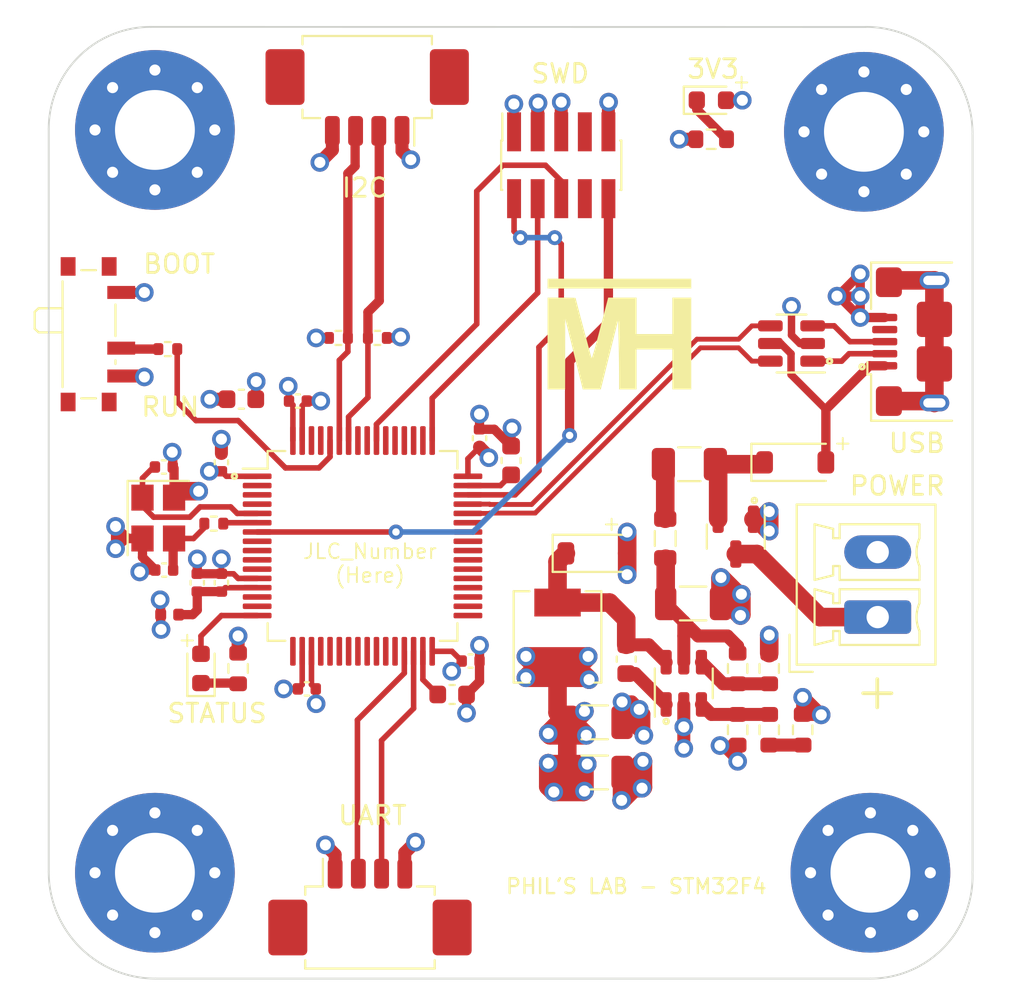
<source format=kicad_pcb>
(kicad_pcb (version 20221018) (generator pcbnew)
  (layers (0 "F.Cu" signal) (1 "In1.Cu" power) (2 "In2.Cu" power) (31 "B.Cu" signal) (34 "B.Paste" user) (35 "F.Paste" user) (36 "B.SilkS" user "B.Silkscreen") (37 "F.SilkS" user "F.Silkscreen") (38 "B.Mask" user) (39 "F.Mask" user) (44 "Edge.Cuts" user))
  (net 0 "")
  (net 1 "Net-(U1-VCAP_2)")
  (net 2 "GND")
  (net 3 "Net-(U1-VCAP_1)")
  (net 4 "+3.3V")
  (net 5 "+3.3VA")
  (net 6 "Net-(C11-Pad1)")
  (net 7 "HSE_IN")
  (net 8 "BUCK_IN")
  (net 9 "BUCK_BST")
  (net 10 "BUCK_SW")
  (net 11 "Net-(D1-K)")
  (net 12 "LED_STATUS")
  (net 13 "Net-(D2-K)")
  (net 14 "+5V")
  (net 15 "Net-(D4-K)")
  (net 16 "+12V")
  (net 17 "Net-(F1-Pad2)")
  (net 18 "SWDIO")
  (net 19 "SWCLK")
  (net 20 "SWO")
  (net 23 "NRST")
  (net 24 "I2C1_SCL")
  (net 25 "I2C1_SDA")
  (net 26 "UART3_TX")
  (net 27 "UART3_RX")
  (net 28 "USB_CONN_D-")
  (net 29 "USB_CONN_D+")
  (net 31 "unconnected-(J5-Shield-Pad6)")
  (net 32 "BOOT0")
  (net 33 "Net-(SW1-B)")
  (net 34 "HSE_OUT")
  (net 35 "BUCK_EN")
  (net 36 "BUCK_FB")
  (net 37 "Net-(R7-Pad2)")
  (net 68 "USB_D-")
  (net 69 "USB_D+")
  (footprint "Resistor_SMD:R_0603_1608Metric" (layer "F.Cu") (at 96.175 46.8)
    (fp_text reference "R11")
    (fp_text value "1k5")
  )
  (footprint "Crystal:Crystal_SMD_3225-4Pin_3.2x2.5mm" (layer "F.Cu") (at 66.4 67.2 -90)
    (fp_text reference "Y1")
    (fp_text value "16MHz")
  )
  (footprint "Connector_Molex:Molex_PicoBlade_53261-0471_1x04-1MP_P1.25mm_Horizontal" (layer "F.Cu") (at 77.65 43.95 180)
    (fp_text reference "J3")
    (fp_text value "I2C")
  )
  (footprint "Capacitor_SMD:C_0402_1005Metric" (layer "F.Cu") (at 73.92 60.9)
    (fp_text reference "C8")
    (fp_text value "100n")
  )
  (footprint "Capacitor_SMD:C_0402_1005Metric" (layer "F.Cu") (at 83.22 74.9)
    (fp_text reference "C6")
    (fp_text value "100n")
  )
  (footprint "Capacitor_SMD:C_0402_1005Metric" (layer "F.Cu") (at 66.72 70 180)
    (fp_text reference "C11")
    (fp_text value "12p")
  )
  (footprint "Fuse:Fuse_1206_3216Metric" (layer "F.Cu") (at 95 64.3 180)
    (fp_text reference "F1")
    (fp_text value "250mA")
  )
  (footprint "Diode_SMD:D_SOD-123" (layer "F.Cu") (at 90 69.1)
    (fp_text reference "D5")
    (fp_text value "MBR0520LT")
  )
  (footprint "Package_TO_SOT_SMD:SOT-23" (layer "F.Cu") (at 97.5 68.2 -90)
    (fp_text reference "Q1")
    (fp_text value "AO3401A")
  )
  (footprint "Resistor_SMD:R_0603_1608Metric" (layer "F.Cu") (at 99.3 78.6 -90)
    (fp_text reference "R7")
    (fp_text value "15k")
  )
  (footprint "MountingHole:MountingHole_4.3mm_M4_Pad_Via" (layer "F.Cu") (at 104.4 46.4)
    (fp_text reference "H1")
    (fp_text value "PAD")
  )
  (footprint "Diode_SMD:D_SOD-123" (layer "F.Cu") (at 100.7 64.2)
    (fp_text reference "D2")
    (fp_text value "MBR0520LT")
  )
  (footprint "Inductor_SMD:L_Sunlord_MWSA0402S" (layer "F.Cu") (at 87.9 73.6 -90)
    (fp_text reference "L2")
    (fp_text value "10u")
  )
  (footprint "Connector_Phoenix_MC:PhoenixContact_MCV_1,5_2-G-3.5_1x02_P3.50mm_Vertical" (layer "F.Cu") (at 105.1425 72.5325 90)
    (fp_text reference "J1")
    (fp_text value "Power")
  )
  (footprint "MHI_logo:logo_pcb_image" (layer "F.Cu") (at 91.85 56.85)
    (fp_text reference "G***" hide)
    (fp_text value "LOGO" hide)
  )
  (footprint "MountingHole:MountingHole_4.3mm_M4_Pad_Via" (layer "F.Cu") (at 66.219581 86.3)
    (fp_text reference "H4")
    (fp_text value "PAD")
  )
  (footprint "Inductor_SMD:L_0805_2012Metric" (layer "F.Cu") (at 93.7 68.3 -90)
    (fp_text reference "FB1")
    (fp_text value "600 @ 600MHz")
  )
  (footprint "Capacitor_SMD:C_1206_3216Metric" (layer "F.Cu") (at 89.9 78.2)
    (fp_text reference "C15")
    (fp_text value "10u")
  )
  (footprint "Package_TO_SOT_SMD:SOT-23-6" (layer "F.Cu") (at 100.5 57.8 180)
    (fp_text reference "U3")
    (fp_text value "USBLC6-2SC6")
  )
  (footprint "Capacitor_SMD:C_0402_1005Metric" (layer "F.Cu") (at 69.8 64.2 90)
    (fp_text reference "C4")
    (fp_text value "100n")
  )
  (footprint "Connector_Molex:Molex_PicoBlade_53261-0471_1x04-1MP_P1.25mm_Horizontal" (layer "F.Cu") (at 77.8 88.75)
    (fp_text reference "J4")
    (fp_text value "UART")
  )
  (footprint "Capacitor_SMD:C_0402_1005Metric" (layer "F.Cu") (at 69.8 70.68 90)
    (fp_text reference "C10")
    (fp_text value "10n")
  )
  (footprint "Resistor_SMD:R_0402_1005Metric" (layer "F.Cu") (at 69.39 67.5 180)
    (fp_text reference "R2")
    (fp_text value "47")
  )
  (footprint "LED_SMD:LED_0603_1608Metric" (layer "F.Cu") (at 68.7 75.3 90)
    (fp_text reference "D1")
    (fp_text value "BLUE")
  )
  (footprint "LED_SMD:LED_0603_1608Metric" (layer "F.Cu") (at 96.1875 44.7)
    (fp_text reference "D4")
    (fp_text value "RED")
  )
  (footprint "Capacitor_SMD:C_1206_3216Metric" (layer "F.Cu") (at 95.2 71.8)
    (fp_text reference "C13")
    (fp_text value "10u")
  )
  (footprint "Capacitor_SMD:C_0603_1608Metric" (layer "F.Cu") (at 91.6 74.8 90)
    (fp_text reference "C14")
    (fp_text value "10n")
  )
  (footprint "Resistor_SMD:R_0603_1608Metric" (layer "F.Cu") (at 99.3 75.3 90)
    (fp_text reference "R5")
    (fp_text value "68k")
  )
  (footprint "Connector_USB:USB_Micro-B_Amphenol_10118193-0001LF_Horizontal" (layer "F.Cu") (at 108.195 57.7 90)
    (fp_text reference "J5")
    (fp_text value "USB_B_Micro")
  )
  (footprint "Button_Switch_SMD:SW_SPDT_PCM12" (layer "F.Cu") (at 62.975 57.3 -90)
    (fp_text reference "SW1")
    (fp_text value "SW_SPDT")
  )
  (footprint "Package_QFP:LQFP-64_10x10mm_P0.5mm" (layer "F.Cu") (at 77.4 68.7)
    (fp_text reference "U1")
    (fp_text value "STM32F405RGT6")
  )
  (footprint "Capacitor_SMD:C_0402_1005Metric" (layer "F.Cu") (at 83.7 62.9 90)
    (fp_text reference "C7")
    (fp_text value "100n")
  )
  (footprint "MountingHole:MountingHole_4.3mm_M4_Pad_Via" (layer "F.Cu") (at 66.219581 46.3)
    (fp_text reference "H3")
    (fp_text value "PAD")
  )
  (footprint "Inductor_SMD:L_0402_1005Metric" (layer "F.Cu") (at 67.015 72.4)
    (fp_text reference "L1")
    (fp_text value "39n")
  )
  (footprint "Resistor_SMD:R_0402_1005Metric" (layer "F.Cu") (at 76.1 57.5 180)
    (fp_text reference "R10")
    (fp_text value "2k2")
  )
  (footprint "Capacitor_SMD:C_1206_3216Metric" (layer "F.Cu") (at 89.9 80.9)
    (fp_text reference "C16")
    (fp_text value "10u")
  )
  (footprint "Resistor_SMD:R_0402_1005Metric" (layer "F.Cu") (at 66.91 58.1 180)
    (fp_text reference "R1")
    (fp_text value "10k")
  )
  (footprint "Capacitor_SMD:C_0402_1005Metric" (layer "F.Cu") (at 68.5 70.68 90)
    (fp_text reference "C9")
    (fp_text value "1u")
  )
  (footprint "Capacitor_SMD:C_0603_1608Metric" (layer "F.Cu") (at 85.4 64.1 90)
    (fp_text reference "C1")
    (fp_text value "2u2")
  )
  (footprint "Resistor_SMD:R_0603_1608Metric" (layer "F.Cu") (at 70.7 75.3 -90)
    (fp_text reference "R3")
    (fp_text value "1k5")
  )
  (footprint "Capacitor_SMD:C_0402_1005Metric" (layer "F.Cu") (at 74.4 76.4 180)
    (fp_text reference "C5")
    (fp_text value "100n")
  )
  (footprint "Capacitor_SMD:C_0402_1005Metric" (layer "F.Cu") (at 66.7 64.45)
    (fp_text reference "C12")
    (fp_text value "12p")
  )
  (footprint "Resistor_SMD:R_0603_1608Metric" (layer "F.Cu") (at 101.1 78.6 90)
    (fp_text reference "R8")
    (fp_text value "270")
  )
  (footprint "Resistor_SMD:R_0603_1608Metric" (layer "F.Cu") (at 97.6 75.3 -90)
    (fp_text reference "R4")
    (fp_text value "100k")
  )
  (footprint "MountingHole:MountingHole_4.3mm_M4_Pad_Via" (layer "F.Cu") (at 104.75 86.3)
    (fp_text reference "H2")
    (fp_text value "PAD")
  )
  (footprint "Connector_PinSocket_1.27mm:PinSocket_2x05_P1.27mm_Vertical_SMD" (layer "F.Cu") (at 88.1 48.2 90)
    (fp_text reference "J2")
    (fp_text value "SWD")
  )
  (footprint "Resistor_SMD:R_0402_1005Metric" (layer "F.Cu") (at 78.2 57.5)
    (fp_text reference "R9")
    (fp_text value "2k2")
  )
  (footprint "Capacitor_SMD:C_0603_1608Metric" (layer "F.Cu") (at 70.875 60.8 180)
    (fp_text reference "C3")
    (fp_text value "4u7")
  )
  (footprint "Resistor_SMD:R_0603_1608Metric" (layer "F.Cu") (at 97.6 78.6 90)
    (fp_text reference "R6")
    (fp_text value "47k")
  )
  (footprint "Package_TO_SOT_SMD:SOT-23-6" (layer "F.Cu") (at 94.7 76.1 90)
    (fp_text reference "U2")
    (fp_text value "~")
  )
  (footprint "Capacitor_SMD:C_0603_1608Metric" (layer "F.Cu") (at 82.225 76.7)
    (fp_text reference "C2")
    (fp_text value "2u2")
  )
  (gr_circle (center 70.5 64.95) (end 70.5 64.9) (stroke (width 0.15)) (fill none) (layer "F.SilkS"))
  (gr_circle (center 102.55 58.75) (end 102.6 58.75) (stroke (width 0.15)) (fill none) (layer "F.SilkS"))
  (gr_circle (center 104.3 59.05) (end 104.3 59) (stroke (width 0.15)) (fill none) (layer "F.SilkS"))
  (gr_circle (center 93.75 78.15) (end 93.75 78.1) (stroke (width 0.15)) (fill none) (layer "F.SilkS"))
  (gr_circle (center 98.5 66.25) (end 98.5 66.2) (stroke (width 0.15)) (fill none) (layer "F.SilkS"))
  (gr_line (start 66 40.75) (end 104.499742 40.755673) (stroke (width 0.1)) (layer "Edge.Cuts"))
  (gr_arc (start 66.25 92) (mid 62.184136 90.315864) (end 60.5 86.25) (stroke (width 0.1)) (layer "Edge.Cuts"))
  (gr_line (start 104.75 92) (end 66.25 92) (stroke (width 0.1)) (layer "Edge.Cuts"))
  (gr_arc (start 110.244327 86.250258) (mid 108.726404 90.299764) (end 104.75 92) (stroke (width 0.1)) (layer "Edge.Cuts"))
  (gr_line (start 60.5 86.25) (end 60.5 46.25) (stroke (width 0.1)) (layer "Edge.Cuts"))
  (gr_arc (start 60.5 46.25) (mid 62.110913 42.360913) (end 66 40.75) (stroke (width 0.1)) (layer "Edge.Cuts"))
  (gr_arc (start 104.499742 40.75) (mid 108.565773 42.434045) (end 110.25 46.5) (stroke (width 0.1)) (layer "Edge.Cuts"))
  (gr_line (start 110.25 46.5) (end 110.25 86.25) (stroke (width 0.1)) (layer "Edge.Cuts"))
  (gr_text "POWER" (at 103.55 66.05) (layer "F.SilkS") (effects (font (size 1 1)) (justify left bottom)))
  (gr_text "USB" (at 105.65 63.75) (layer "F.SilkS") (effects (font (size 1 1)) (justify left bottom)))
  (gr_text "+" (at 67.4 74.2) (layer "F.SilkS") (effects (font (size 0.8 0.8) (thickness 0.1)) (justify left bottom)))
  (gr_text "+" (at 90.25 67.95) (layer "F.SilkS") (effects (font (size 0.8 0.8) (thickness 0.1)) (justify left bottom)))
  (gr_text "UART" (at 76 83.8) (layer "F.SilkS") (effects (font (size 1 1)) (justify left bottom)))
  (gr_text "RUN" (at 65.4 61.8) (layer "F.SilkS") (effects (font (size 1 1)) (justify left bottom)))
  (gr_text "I2C" (at 76.2 50) (layer "F.SilkS") (effects (font (size 1 1)) (justify left bottom)))
  (gr_text "SWD" (at 86.4 43.85) (layer "F.SilkS") (effects (font (size 1 1)) (justify left bottom)))
  (gr_text "+" (at 103.75 77.65) (layer "F.SilkS") (effects (font (size 2 2) (thickness 0.2)) (justify left bottom)))
  (gr_text "JLC_Number\n(Here)" (at 77.8 70.75) (layer "F.SilkS") (effects (font (size 0.8 0.8) (thickness 0.1)) (justify bottom)))
  (gr_text "STATUS" (at 66.8 78.3) (layer "F.SilkS") (effects (font (size 1 1)) (justify left bottom)))
  (gr_text "BOOT" (at 65.5 54.1) (layer "F.SilkS") (effects (font (size 1 1)) (justify left bottom)))
  (gr_text "3V3" (at 94.8 43.6) (layer "F.SilkS") (effects (font (size 1 1)) (justify left bottom)))
  (gr_text "+" (at 102.7 63.6) (layer "F.SilkS") (effects (font (size 0.8 0.8) (thickness 0.1)) (justify left bottom)))
  (gr_text "+" (at 97.25 44.15) (layer "F.SilkS") (effects (font (size 0.8 0.8) (thickness 0.1)) (justify left bottom)))
  (gr_text "PHIL'S LAB - STM32F4" (at 85.05 87.5) (layer "F.SilkS") (effects (font (size 0.8 0.8) (thickness 0.125)) (justify left bottom)))
  (segment (start 85.4 64.875) (end 84.825 65.45) (width 0.3) (layer "F.Cu") (net 1))
  (segment (start 84.825 65.45) (end 83.075 65.45) (width 0.3) (layer "F.Cu") (net 1))
  (segment (start 91.9 77.1) (end 92.3 77.5) (width 0.7) (layer "F.Cu") (net 2))
  (segment (start 91.375 78.2) (end 91.85 78.2) (width 0.7) (layer "F.Cu") (net 2))
  (segment (start 86.83 46.4) (end 86.83 44.87) (width 0.7) (layer "F.Cu") (net 2))
  (segment (start 91.375 77.1) (end 91.9 77.1) (width 0.7) (layer "F.Cu") (net 2))
  (segment (start 99.3 74.475) (end 99.3 73.5) (width 1) (layer "F.Cu") (net 2))
  (segment (start 105.52 56.4) (end 104.2 56.4) (width 0.5) (layer "F.Cu") (net 2))
  (segment (start 91.9 80.9) (end 92.5 80.3) (width 1) (layer "F.Cu") (net 2))
  (segment (start 98.45 67.2625) (end 98.8875 67.2625) (width 1) (layer "F.Cu") (net 2))
  (segment (start 68.5 70.2) (end 68.5 69.4) (width 0.5) (layer "F.Cu") (net 2))
  (segment (start 73.92 76.4) (end 73.15 76.4) (width 0.3) (layer "F.Cu") (net 2))
  (segment (start 64.1 67.65) (end 64.75 68.3) (width 0.5) (layer "F.Cu") (net 2))
  (segment (start 91.375 77.1) (end 91.375 78.2) (width 0.7) (layer "F.Cu") (net 2))
  (segment (start 92 81.75) (end 91.35 82.4) (width 1) (layer "F.Cu") (net 2))
  (segment (start 84.495 62.42) (end 85.4 63.325) (width 0.5) (layer "F.Cu") (net 2))
  (segment (start 101.15 76.85) (end 102.1 77.8) (width 0.7) (layer "F.Cu") (net 2))
  (segment (start 85.4 62.4) (end 85.45 62.35) (width 0.5) (layer "F.Cu") (net 2))
  (segment (start 96.675 71.8) (end 96.675 70.425) (width 1) (layer "F.Cu") (net 2))
  (segment (start 102.075 77.775) (end 102.1 77.8) (width 0.7) (layer "F.Cu") (net 2))
  (segment (start 70.45 70.2) (end 69.8 70.2) (width 0.3) (layer "F.Cu") (net 2))
  (segment (start 70.1 60.8) (end 69.175 60.8) (width 0.7) (layer "F.Cu") (net 2))
  (segment (start 91.6 80.9) (end 92.45 81.75) (width 1) (layer "F.Cu") (net 2))
  (segment (start 92.3 77.5) (end 92.55 77.75) (width 0.7) (layer "F.Cu") (net 2))
  (segment (start 103 55.25) (end 104.2 54.05) (width 0.5) (layer "F.Cu") (net 2))
  (segment (start 75.775 46.35) (end 75.775 47.375) (width 0.7) (layer "F.Cu") (net 2))
  (segment (start 83.7 76) (end 83 76.7) (width 0.5) (layer "F.Cu") (net 2))
  (segment (start 74.4 60.9) (end 75.15 60.9) (width 0.5) (layer "F.Cu") (net 2))
  (segment (start 70.7 74.475) (end 70.7 73.55) (width 0.7) (layer "F.Cu") (net 2))
  (segment (start 69.8 70.2) (end 69.8 69.4) (width 0.3) (layer "F.Cu") (net 2))
  (segment (start 64.405 59.55) (end 65.6 59.55) (width 0.7) (layer "F.Cu") (net 2))
  (segment (start 64.1 68.85) (end 64.65 68.3) (width 0.5) (layer "F.Cu") (net 2))
  (segment (start 101.1 77.775) (end 102.075 77.775) (width 0.7) (layer "F.Cu") (net 2))
  (segment (start 98.8875 67.4875) (end 99.3 67.9) (width 1) (layer "F.Cu") (net 2))
  (segment (start 67.18 63.68) (end 67.15 63.65) (width 0.3) (layer "F.Cu") (net 2))
  (segment (start 74.15 63.025) (end 74.15 61.15) (width 0.3) (layer "F.Cu") (net 2))
  (segment (start 100.949999 57.8) (end 100.5 57.350001) (width 0.4) (layer "F.Cu") (net 2))
  (segment (start 101.1 77.775) (end 101.1 76.85) (width 0.7) (layer "F.Cu") (net 2))
  (segment (start 102.95 55.25) (end 103 55.25) (width 0.5) (layer "F.Cu") (net 2))
  (segment (start 74.15 74.375) (end 74.15 76.17) (width 0.3) (layer "F.Cu") (net 2))
  (segment (start 91.375 82.375) (end 91.35 82.4) (width 1) (layer "F.Cu") (net 2))
  (segment (start 90.64 44.81) (end 90.65 44.8) (width 0.7) (layer "F.Cu") (net 2))
  (segment (start 101.6375 57.8) (end 100.949999 57.8) (width 0.4) (layer "F.Cu") (net 2))
  (segment (start 97.8 72.4) (end 97.75 72.45) (width 1) (layer "F.Cu") (net 2))
  (segment (start 98.8875 67.2625) (end 98.8875 67.4875) (width 1) (layer "F.Cu") (net 2))
  (segment (start 65.5 70) (end 65.4 70.1) (width 0.5) (layer "F.Cu") (net 2))
  (segment (start 103.05 55.25) (end 104.2 56.4) (width 0.5) (layer "F.Cu") (net 2))
  (segment (start 101.1 76.85) (end 101.15 76.85) (width 0.7) (layer "F.Cu") (net 2))
  (segment (start 68.577216 65.753623) (end 67.596377 65.753623) (width 1) (layer "F.Cu") (net 2))
  (segment (start 94.7 77.2375) (end 94.7 79.6) (width 0.7) (layer "F.Cu") (net 2))
  (segment (start 64.1 67.65) (end 64.1 68.85) (width 0.5) (layer "F.Cu") (net 2))
  (segment (start 83.7 62.42) (end 83.7 61.6) (width 0.5) (layer "F.Cu") (net 2))
  (segment (start 91.85 78.2) (end 92.55 78.9) (width 0.7) (layer "F.Cu") (net 2))
  (segment (start 96.675 70.425) (end 96.7 70.4) (width 1) (layer "F.Cu") (net 2))
  (segment (start 70.7 70.45) (end 70.45 70.2) (width 0.3) (layer "F.Cu") (net 2))
  (segment (start 92.3 77.5) (end 91.6 78.2) (width 0.7) (layer "F.Cu") (net 2))
  (segment (start 88.1 46.4) (end 88.1 44.8) (width 0.7) (layer "F.Cu") (net 2))
  (segment (start 67.25 66.1) (end 67.25 64.52) (width 0.5) (layer "F.Cu") (net 2))
  (segment (start 64.75 68.3) (end 65.55 68.3) (width 0.5) (layer "F.Cu") (net 2))
  (segment (start 104.2 56.4) (end 104.2 55.25) (width 0.5) (layer "F.Cu") (net 2))
  (segment (start 75.775 47.375) (end 75.1 48.05) (width 0.7) (layer "F.Cu") (net 2))
  (segment (start 65.55 69.31) (end 66.24 70) (width 0.5) (layer "F.Cu") (net 2))
  (segment (start 67.25 64.52) (end 67.18 64.45) (width 0.3) (layer "F.Cu") (net 2))
  (segment (start 69.8 63.72) (end 69.8 62.95) (width 0.7) (layer "F.Cu") (net 2))
  (segment (start 91.6 78.2) (end 91.375 78.2) (width 0.7) (layer "F.Cu") (net 2))
  (segment (start 64.65 68.3) (end 65.55 68.3) (width 0.5) (layer "F.Cu") (net 2))
  (segment (start 96.675 71.8) (end 97.3 71.8) (width 1) (layer "F.Cu") (net 2))
  (segment (start 91.375 80.9) (end 91.9 80.9) (width 1) (layer "F.Cu") (net 2))
  (segment (start 86.83 44.87) (end 86.85 44.85) (width 0.7) (layer "F.Cu") (net 2))
  (segment (start 91.65 69.1) (end 91.65 70.25) (width 1) (layer "F.Cu") (net 2))
  (segment (start 65.6 59.55) (end 65.65 59.6) (width 0.7) (layer "F.Cu") (net 2))
  (segment (start 92.45 81.75) (end 92 81.75) (width 1) (layer "F.Cu") (net 2))
  (segment (start 98.8875 67.2625) (end 99.3 66.85) (width 1) (layer "F.Cu") (net 2))
  (segment (start 83 76.7) (end 83 77.7) (width 0.5) (layer "F.Cu") (net 2))
  (segment (start 91.375 80.9) (end 91.6 80.9) (width 1) (layer "F.Cu") (net 2))
  (segment (start 66.24 70) (end 65.5 70) (width 0.5) (layer "F.Cu") (net 2))
  (segment (start 92.5 80.3) (end 92.5 81.7) (width 1) (layer "F.Cu") (net 2))
  (segment (start 85.4 63.325) (end 85.4 62.4) (width 0.5) (layer "F.Cu") (net 2))
  (segment (start 79.675 86.35) (end 79.675 85.225) (width 0.7) (layer "F.Cu") (net 2))
  (segment (start 102.95 55.25) (end 103.05 55.25) (width 0.5) (layer "F.Cu") (net 2))
  (segment (start 97.1 71.8) (end 97.75 72.45) (width 1) (layer "F.Cu") (net 2))
  (segment (start 99.3 67.9) (end 99.3 66.85) (width 1) (layer "F.Cu") (net 2))
  (segment (start 67.18 64.45) (end 67.18 63.68) (width 0.5) (layer "F.Cu") (net 2))
  (segment (start 90.64 46.4) (end 90.64 44.81) (width 0.7) (layer "F.Cu") (net 2))
  (segment (start 104.2 55.25) (end 104.2 54.05) (width 0.5) (layer "F.Cu") (net 2))
  (segment (start 96.7 70.4) (end 97.6 71.3) (width 1) (layer "F.Cu") (net 2))
  (segment (start 95.35 46.8) (end 94.45 46.8) (width 0.7) (layer "F.Cu") (net 2))
  (segment (start 97.6 71.3) (end 97.8 71.3) (width 1) (layer "F.Cu") (net 2))
  (segment (start 71.725 70.45) (end 70.7 70.45) (width 0.3) (layer "F.Cu") (net 2))
  (segment (start 91.375 80.9) (end 91.375 82.375) (width 1) (layer "F.Cu") (net 2))
  (segment (start 79.675 85.225) (end 80.25 84.65) (width 0.7) (layer "F.Cu") (net 2))
  (segment (start 83.7 62.42) (end 84.495 62.42) (width 0.5) (layer "F.Cu") (net 2))
  (segment (start 104.2 55.25) (end 102.95 55.25) (width 0.5) (layer "F.Cu") (net 2))
  (segment (start 69.8 70.2) (end 68.5 70.2) (width 0.5) (layer "F.Cu") (net 2))
  (segment (start 67.596377 65.753623) (end 67.25 66.1) (width 1) (layer "F.Cu") (net 2))
  (segment (start 92.5 81.7) (end 92.45 81.75) (width 1) (layer "F.Cu") (net 2))
  (segment (start 83.7 74.9) (end 83.7 76) (width 0.5) (layer "F.Cu") (net 2))
  (segment (start 74.15 76.17) (end 73.92 76.4) (width 0.3) (layer "F.Cu") (net 2))
  (segment (start 83.7 74.9) (end 83.7 74.05) (width 0.5) (layer "F.Cu") (net 2))
  (segment (start 91.65 69.1) (end 91.65 67.95) (width 1) (layer "F.Cu") (net 2))
  (segment (start 65.55 68.3) (end 65.55 69.31) (width 0.5) (layer "F.Cu") (net 2))
  (segment (start 100.5 57.350001) (end 100.5 55.8) (width 0.4) (layer "F.Cu") (net 2))
  (segment (start 92.55 77.75) (end 92.55 78.9) (width 0.7) (layer "F.Cu") (net 2))
  (segment (start 96.675 71.8) (end 97.1 71.8) (width 1) (layer "F.Cu") (net 2))
  (segment (start 74.15 61.15) (end 74.4 60.9) (width 0.3) (layer "F.Cu") (net 2))
  (segment (start 97.3 71.8) (end 97.8 71.3) (width 1) (layer "F.Cu") (net 2))
  (segment (start 97.8 71.3) (end 97.8 72.4) (width 1) (layer "F.Cu") (net 2))
  (via (at 64.1 67.65) (size 1) (drill 0.6) (layers "F.Cu" "B.Cu") (net 2))
  (via (at 92.55 78.9) (size 1) (drill 0.6) (layers "F.Cu" "B.Cu") (net 2))
  (via (at 102.95 55.25) (size 1) (drill 0.6) (layers "F.Cu" "B.Cu") (net 2))
  (via (at 88.1 44.8) (size 1) (drill 0.6) (layers "F.Cu" "B.Cu") (net 2))
  (via (at 64.1 68.85) (size 1) (drill 0.6) (layers "F.Cu" "B.Cu") (net 2))
  (via (at 68.5 69.4) (size 1) (drill 0.6) (layers "F.Cu" "B.Cu") (net 2))
  (via (at 104.2 55.25) (size 1) (drill 0.6) (layers "F.Cu" "B.Cu") (net 2))
  (via (at 91.65 67.95) (size 1) (drill 0.6) (layers "F.Cu" "B.Cu") (net 2))
  (via (at 91.375 77.1) (size 1) (drill 0.6) (layers "F.Cu" "B.Cu") (net 2))
  (via (at 73.15 76.4) (size 1) (drill 0.6) (layers "F.Cu" "B.Cu") (net 2))
  (via (at 99.3 73.5) (size 1) (drill 0.6) (layers "F.Cu" "B.Cu") (net 2))
  (via (at 91.35 82.4) (size 1) (drill 0.6) (layers "F.Cu" "B.Cu") (net 2))
  (via (at 92.3 77.5) (size 1) (drill 0.6) (layers "F.Cu" "B.Cu") (net 2))
  (via (at 68.577216 65.753623) (size 1) (drill 0.6) (layers "F.Cu" "B.Cu") (net 2))
  (via (at 99.3 66.85) (size 1) (drill 0.6) (layers "F.Cu" "B.Cu") (net 2))
  (via (at 97.8 71.3) (size 1) (drill 0.6) (layers "F.Cu" "B.Cu") (net 2))
  (via (at 75.15 60.9) (size 1) (drill 0.6) (layers "F.Cu" "B.Cu") (net 2))
  (via (at 69.8 69.4) (size 1) (drill 0.6) (layers "F.Cu" "B.Cu") (net 2))
  (via (at 92.5 80.3) (size 1) (drill 0.6) (layers "F.Cu" "B.Cu") (net 2))
  (via (at 101.1 76.85) (size 1) (drill 0.6) (layers "F.Cu" "B.Cu") (net 2))
  (via (at 69.8 62.95) (size 1) (drill 0.6) (layers "F.Cu" "B.Cu") (net 2))
  (via (at 100.5 55.8) (size 1) (drill 0.6) (layers "F.Cu" "B.Cu") (net 2))
  (via (at 80.25 84.65) (size 1) (drill 0.6) (layers "F.Cu" "B.Cu") (net 2))
  (via (at 75.1 48.05) (size 1) (drill 0.6) (layers "F.Cu" "B.Cu") (net 2))
  (via (at 96.7 70.4) (size 1) (drill 0.6) (layers "F.Cu" "B.Cu") (net 2))
  (via (at 65.4 70.1) (size 1) (drill 0.6) (layers "F.Cu" "B.Cu") (net 2))
  (via (at 65.65 59.6) (size 1) (drill 0.6) (layers "F.Cu" "B.Cu") (net 2))
  (via (at 97.75 72.45) (size 1) (drill 0.6) (layers "F.Cu" "B.Cu") (net 2))
  (via (at 86.85 44.85) (size 1) (drill 0.6) (layers "F.Cu" "B.Cu") (net 2))
  (via (at 91.65 70.25) (size 1) (drill 0.6) (layers "F.Cu" "B.Cu") (net 2))
  (via (at 104.2 56.4) (size 1) (drill 0.6) (layers "F.Cu" "B.Cu") (net 2))
  (via (at 69.175 60.8) (size 1) (drill 0.6) (layers "F.Cu" "B.Cu") (net 2))
  (via (at 90.65 44.8) (size 1) (drill 0.6) (layers "F.Cu" "B.Cu") (net 2))
  (via (at 83 77.7) (size 1) (drill 0.6) (layers "F.Cu" "B.Cu") (net 2))
  (via (at 104.2 54.05) (size 1) (drill 0.6) (layers "F.Cu" "B.Cu") (net 2))
  (via (at 99.3 67.9) (size 1) (drill 0.6) (layers "F.Cu" "B.Cu") (net 2))
  (via (at 83.7 61.6) (size 1) (drill 0.6) (layers "F.Cu" "B.Cu") (net 2))
  (via (at 83.7 74.05) (size 1) (drill 0.6) (layers "F.Cu" "B.Cu") (net 2))
  (via (at 67.15 63.65) (size 1) (drill 0.6) (layers "F.Cu" "B.Cu") (net 2))
  (via (at 94.7 79.6) (size 1) (drill 0.6) (layers "F.Cu" "B.Cu") (net 2))
  (via (at 92.45 81.75) (size 1) (drill 0.6) (layers "F.Cu" "B.Cu") (net 2))
  (via (at 94.7 78.45) (size 1) (drill 0.6) (layers "F.Cu" "B.Cu") (net 2))
  (via (at 85.45 62.35) (size 1) (drill 0.6) (layers "F.Cu" "B.Cu") (net 2))
  (via (at 94.45 46.8) (size 1) (drill 0.6) (layers "F.Cu" "B.Cu") (net 2))
  (via (at 102.1 77.8) (size 1) (drill 0.6) (layers "F.Cu" "B.Cu") (net 2))
  (via (at 70.7 73.55) (size 1) (drill 0.6) (layers "F.Cu" "B.Cu") (net 2))
  (segment (start 80.65 74.375) (end 80.65 75.9) (width 0.3) (layer "F.Cu") (net 3))
  (segment (start 80.65 75.9) (end 81.45 76.7) (width 0.3) (layer "F.Cu") (net 3))
  (segment (start 78.71 57.5) (end 79.4 57.5) (width 0.5) (layer "F.Cu") (net 4))
  (segment (start 87.45 80.45) (end 87.4 80.4) (width 1) (layer "F.Cu") (net 4))
  (segment (start 75.925 85.325) (end 75.4 84.8) (width 0.7) (layer "F.Cu") (net 4))
  (segment (start 73.44 60.9) (end 73.44 60.14) (width 0.3) (layer "F.Cu") (net 4))
  (segment (start 87.4 81.65) (end 87.7 81.95) (width 1) (layer "F.Cu") (net 4))
  (segment (start 88.425 80.9) (end 89.05 80.9) (width 1) (layer "F.Cu") (net 4))
  (segment (start 66.53 72.4) (end 66.53 73.18) (width 0.5) (layer "F.Cu") (net 4))
  (segment (start 88.425 80.9) (end 88.425 81.225) (width 1) (layer "F.Cu") (net 4))
  (segment (start 83.075 64.95) (end 83.075 64.005) (width 0.3) (layer "F.Cu") (net 4))
  (segment (start 82.74 74.9) (end 82.74 74.91) (width 0.3) (layer "F.Cu") (net 4))
  (segment (start 74.9 77.2) (end 74.88 77.18) (width 0.3) (layer "F.Cu") (net 4))
  (segment (start 84.2 63.88) (end 83.7 63.38) (width 0.7) (layer "F.Cu") (net 4))
  (segment (start 87.9 75.45) (end 86.55 75.45) (width 1) (layer "F.Cu") (net 4))
  (segment (start 89.05 80.9) (end 89.5 80.45) (width 1) (layer "F.Cu") (net 4))
  (segment (start 89.35 80.6) (end 89.5 80.45) (width 1) (layer "F.Cu") (net 4))
  (segment (start 79.525 46.35) (end 79.525 47.425) (width 0.7) (layer "F.Cu") (net 4))
  (segment (start 88.425 80.9) (end 88.425 80.975) (width 1) (layer "F.Cu") (net 4))
  (segment (start 75.925 86.35) (end 75.925 85.325) (width 0.7) (layer "F.Cu") (net 4))
  (segment (start 79.4 57.5) (end 79.45 57.45) (width 0.5) (layer "F.Cu") (net 4))
  (segment (start 87.9 77.675) (end 88.425 78.2) (width 1) (layer "F.Cu") (net 4))
  (segment (start 89.45 78.9) (end 87.5 78.9) (width 1) (layer "F.Cu") (net 4))
  (segment (start 87.4 80.4) (end 87.4 81.65) (width 1) (layer "F.Cu") (net 4))
  (segment (start 96.675 79.425) (end 96.65 79.45) (width 0.5) (layer "F.Cu") (net 4))
  (segment (start 73.65 61.11) (end 73.44 60.9) (width 0.3) (layer "F.Cu") (net 4))
  (segment (start 79.525 47.425) (end 80 47.9) (width 0.7) (layer "F.Cu") (net 4))
  (segment (start 88.75 78.2) (end 89.45 78.9) (width 1) (layer "F.Cu") (net 4))
  (segment (start 97.6 79.425) (end 96.675 79.425) (width 0.5) (layer "F.Cu") (net 4))
  (segment (start 66.53 71.63) (end 66.5 71.6) (width 0.5) (layer "F.Cu") (net 4))
  (segment (start 73.65 63.025) (end 73.65 61.11) (width 0.3) (layer "F.Cu") (net 4))
  (segment (start 87.9 75.45) (end 87.9 77.675) (width 1) (layer "F.Cu") (net 4))
  (segment (start 85.56 44.91) (end 85.55 44.9) (width 0.5) (layer "F.Cu") (net 4))
  (segment (start 64.405 55.05) (end 65.65 55.05) (width 0.5) (layer "F.Cu") (net 4))
  (segment (start 87.7 81.95) (end 89.3 81.95) (width 1) (layer "F.Cu") (net 4))
  (segment (start 96.75 79.45) (end 97.6 80.3) (width 0.5) (layer "F.Cu") (net 4))
  (segment (start 86.55 75.45) (end 86.2 75.8) (width 1) (layer "F.Cu") (net 4))
  (segment (start 89.35 81.9) (end 89.35 80.6) (width 1) (layer "F.Cu") (net 4))
  (segment (start 83.075 64.005) (end 83.7 63.38) (width 0.3) (layer "F.Cu") (net 4))
  (segment (start 84.2 63.95) (end 84.2 63.88) (width 0.7) (layer "F.Cu") (net 4))
  (segment (start 88.75 75.45) (end 89.55 74.65) (width 1) (layer "F.Cu") (net 4))
  (segment (start 66.53 72.4) (end 66.53 71.63) (width 0.5) (layer "F.Cu") (net 4))
  (segment (start 89.5 80.45) (end 87.45 80.45) (width 1) (layer "F.Cu") (net 4))
  (segment (start 97.6 79.425) (end 97.6 80.3) (width 0.5) (layer "F.Cu") (net 4))
  (segment (start 97.85 44.7) (end 96.975 44.7) (width 0.5) (layer "F.Cu") (net 4))
  (segment (start 74.65 74.375) (end 74.65 76.17) (width 0.3) (layer "F.Cu") (net 4))
  (segment (start 87.9 75.45) (end 88.75 75.45) (width 1) (layer "F.Cu") (net 4))
  (segment (start 96.65 79.45) (end 96.75 79.45) (width 0.5) (layer "F.Cu") (net 4))
  (segment (start 88.425 78.2) (end 88.425 80.9) (width 1) (layer "F.Cu") (net 4))
  (segment (start 74.65 76.17) (end 74.88 76.4) (width 0.3) (layer "F.Cu") (net 4))
  (segment (start 89.55 74.65) (end 86.2 74.65) (width 1) (layer "F.Cu") (net 4))
  (segment (start 87.9 75.45) (end 87 75.45) (width 1) (layer "F.Cu") (net 4))
  (segment (start 69.15 64.68) (end 69.8 64.68) (width 0.3) (layer "F.Cu") (net 4))
  (segment (start 87.9 80.9) (end 87.4 80.4) (width 1) (layer "F.Cu") (net 4))
  (segment (start 71.65 60.8) (end 71.65 59.875) (width 0.5) (layer "F.Cu") (net 4))
  (segment (start 87.5 78.9) (end 87.4 78.8) (width 1) (layer "F.Cu") (net 4))
  (segment (start 71.725 64.95) (end 70.07 64.95) (width 0.3) (layer "F.Cu") (net 4))
  (segment (start 70.07 64.95) (end 69.8 64.68) (width 0.3) (layer "F.Cu") (net 4))
  (segment (start 81.15 74.375) (end 82.215 74.375) (width 0.3) (layer "F.Cu") (net 4))
  (segment (start 82.74 74.91) (end 82.2 75.45) (width 0.3) (layer "F.Cu") (net 4))
  (segment (start 75.59 57.5) (end 74.9 57.5) (width 0.5) (layer "F.Cu") (net 4))
  (segment (start 66.53 73.18) (end 66.55 73.2) (width 0.5) (layer "F.Cu") (net 4))
  (segment (start 86.2 75.8) (end 89.5 75.8) (width 1) (layer "F.Cu") (net 4))
  (segment (start 89.3 81.95) (end 89.35 81.9) (width 1) (layer "F.Cu") (net 4))
  (segment (start 88 78.2) (end 87.4 78.8) (width 1) (layer "F.Cu") (net 4))
  (segment (start 82.215 74.375) (end 82.74 74.9) (width 0.3) (layer "F.Cu") (net 4))
  (segment (start 88.425 81.225) (end 87.7 81.95) (width 1) (layer "F.Cu") (net 4))
  (segment (start 88.75 78.2) (end 89.35 77.6) (width 1) (layer "F.Cu") (net 4))
  (segment (start 88.425 78.2) (end 88.75 78.2) (width 1) (layer "F.Cu") (net 4))
  (segment (start 71.65 59.875) (end 71.675 59.85) (width 0.5) (layer "F.Cu") (net 4))
  (segment (start 88.425 80.975) (end 89.35 81.9) (width 1) (layer "F.Cu") (net 4))
  (segment (start 88.425 80.9) (end 87.9 80.9) (width 1) (layer "F.Cu") (net 4))
  (segment (start 85.56 46.4) (end 85.56 44.91) (width 0.5) (layer "F.Cu") (net 4))
  (segment (start 88.425 78.2) (end 88 78.2) (width 1) (layer "F.Cu") (net 4))
  (segment (start 74.88 77.18) (end 74.88 76.4) (width 0.3) (layer "F.Cu") (net 4))
  (segment (start 89.5 75.8) (end 89.6 75.9) (width 1) (layer "F.Cu") (net 4))
  (segment (start 87 75.45) (end 86.2 74.65) (width 1) (layer "F.Cu") (net 4))
  (segment (start 87.9 75.45) (end 89.15 75.45) (width 1) (layer "F.Cu") (net 4))
  (segment (start 73.44 60.14) (end 73.4 60.1) (width 0.3) (layer "F.Cu") (net 4))
  (segment (start 89.15 75.45) (end 89.6 75.9) (width 1) (layer "F.Cu") (net 4))
  (via (at 86.2 75.8) (size 1) (drill 0.6) (layers "F.Cu" "B.Cu") (net 4))
  (via (at 66.5 71.6) (size 1) (drill 0.6) (layers "F.Cu" "B.Cu") (net 4))
  (via (at 74.9 77.2) (size 1) (drill 0.6) (layers "F.Cu" "B.Cu") (net 4))
  (via (at 89.35 77.6) (size 1) (drill 0.6) (layers "F.Cu" "B.Cu") (net 4))
  (via (at 89.55 74.65) (size 1) (drill 0.6) (layers "F.Cu" "B.Cu") (net 4))
  (via (at 73.4 60.1) (size 1) (drill 0.6) (layers "F.Cu" "B.Cu") (net 4))
  (via (at 96.65 79.45) (size 1) (drill 0.6) (layers "F.Cu" "B.Cu") (net 4))
  (via (at 85.55 44.9) (size 1) (drill 0.6) (layers "F.Cu" "B.Cu") (net 4))
  (via (at 87.7 81.95) (size 1) (drill 0.6) (layers "F.Cu" "B.Cu") (net 4))
  (via (at 75.4 84.8) (size 1) (drill 0.6) (layers "F.Cu" "B.Cu") (net 4))
  (via (at 69.15 64.68) (size 1) (drill 0.6) (layers "F.Cu" "B.Cu") (net 4))
  (via (at 84.2 63.95) (size 1) (drill 0.6) (layers "F.Cu" "B.Cu") (net 4))
  (via (at 87.4 80.4) (size 1) (drill 0.6) (layers "F.Cu" "B.Cu") (net 4))
  (via (at 89.6 75.9) (size 1) (drill 0.6) (layers "F.Cu" "B.Cu") (net 4))
  (via (at 74.9 57.5) (size 1) (drill 0.6) (layers "F.Cu" "B.Cu") (net 4))
  (via (at 66.55 73.2) (size 1) (drill 0.6) (layers "F.Cu" "B.Cu") (net 4))
  (via (at 97.85 44.7) (size 1) (drill 0.6) (layers "F.Cu" "B.Cu") (net 4))
  (via (at 79.45 57.45) (size 1) (drill 0.6) (layers "F.Cu" "B.Cu") (net 4))
  (via (at 80 47.9) (size 1) (drill 0.6) (layers "F.Cu" "B.Cu") (net 4))
  (via (at 89.35 81.9) (size 1) (drill 0.6) (layers "F.Cu" "B.Cu") (net 4))
  (via (at 65.65 55.05) (size 1) (drill 0.6) (layers "F.Cu" "B.Cu") (net 4))
  (via (at 71.675 59.85) (size 1) (drill 0.6) (layers "F.Cu" "B.Cu") (net 4))
  (via (at 89.45 78.9) (size 1) (drill 0.6) (layers "F.Cu" "B.Cu") (net 4))
  (via (at 89.5 80.45) (size 1) (drill 0.6) (layers "F.Cu" "B.Cu") (net 4))
  (via (at 97.6 80.3) (size 1) (drill 0.6) (layers "F.Cu" "B.Cu") (net 4))
  (via (at 86.2 74.65) (size 1) (drill 0.6) (layers "F.Cu" "B.Cu") (net 4))
  (via (at 87.4 78.8) (size 1) (drill 0.6) (layers "F.Cu" "B.Cu") (net 4))
  (via (at 82.2 75.45) (size 1) (drill 0.6) (layers "F.Cu" "B.Cu") (net 4))
  (segment (start 68.5 71.16) (end 68.5 72.15) (width 0.5) (layer "F.Cu") (net 5))
  (segment (start 68.5 72.15) (end 68.25 72.4) (width 0.5) (layer "F.Cu") (net 5))
  (segment (start 69.8 71.16) (end 70.01 70.95) (width 0.3) (layer "F.Cu") (net 5))
  (segment (start 68.25 72.4) (end 67.5 72.4) (width 0.5) (layer "F.Cu") (net 5))
  (segment (start 70.01 70.95) (end 71.725 70.95) (width 0.3) (layer "F.Cu") (net 5))
  (segment (start 69.8 71.16) (end 68.5 71.16) (width 0.5) (layer "F.Cu") (net 5))
  (segment (start 68.88 67.72) (end 68.3 68.3) (width 0.3) (layer "F.Cu") (net 6))
  (segment (start 68.88 67.5) (end 68.88 67.72) (width 0.3) (layer "F.Cu") (net 6))
  (segment (start 68.3 68.3) (end 67.25 68.3) (width 0.3) (layer "F.Cu") (net 6))
  (segment (start 67.2 70) (end 67.2 68.35) (width 0.5) (layer "F.Cu") (net 6))
  (segment (start 67.2 68.35) (end 67.25 68.3) (width 0.3) (layer "F.Cu") (net 6))
  (segment (start 68.1 67.15) (end 66.15 67.15) (width 0.3) (layer "F.Cu") (net 7))
  (segment (start 66.15 64.45) (end 65.55 65.05) (width 0.3) (layer "F.Cu") (net 7))
  (segment (start 65.55 66.55) (end 65.55 66.1) (width 0.3) (layer "F.Cu") (net 7))
  (segment (start 66.22 64.45) (end 66.15 64.45) (width 0.3) (layer "F.Cu") (net 7))
  (segment (start 70.65 66.95) (end 70.3 66.6) (width 0.3) (layer "F.Cu") (net 7))
  (segment (start 68.65 66.6) (end 68.1 67.15) (width 0.3) (layer "F.Cu") (net 7))
  (segment (start 71.725 66.95) (end 70.65 66.95) (width 0.3) (layer "F.Cu") (net 7))
  (segment (start 65.55 65.05) (end 65.55 66.1) (width 0.3) (layer "F.Cu") (net 7))
  (segment (start 70.3 66.6) (end 68.65 66.6) (width 0.3) (layer "F.Cu") (net 7))
  (segment (start 66.15 67.15) (end 65.55 66.55) (width 0.3) (layer "F.Cu") (net 7))
  (segment (start 94.7 72.775) (end 94.7 73.55) (width 0.7) (layer "F.Cu") (net 8))
  (segment (start 97.6 74.1) (end 97.05 73.55) (width 0.7) (layer "F.Cu") (net 8))
  (segment (start 95.475 73.55) (end 94.7 72.775) (width 0.7) (layer "F.Cu") (net 8))
  (segment (start 94.7 73.55) (end 94.7 74.9625) (width 0.7) (layer "F.Cu") (net 8))
  (segment (start 93.725 71.8) (end 93.725 69.3875) (width 1) (layer "F.Cu") (net 8))
  (segment (start 93.725 71.8) (end 94.7 72.775) (width 0.7) (layer "F.Cu") (net 8))
  (segment (start 97.6 74.475) (end 97.6 74.1) (width 0.7) (layer "F.Cu") (net 8))
  (segment (start 93.725 69.3875) (end 93.7 69.3625) (width 0.7) (layer "F.Cu") (net 8))
  (segment (start 97.05 73.55) (end 95.475 73.55) (width 0.7) (layer "F.Cu") (net 8))
  (segment (start 92.0875 75.575) (end 93.75 77.2375) (width 0.7) (layer "F.Cu") (net 9))
  (segment (start 91.6 75.575) (end 92.0875 75.575) (width 0.7) (layer "F.Cu") (net 9))
  (segment (start 91.6 72.65) (end 90.7 71.75) (width 1) (layer "F.Cu") (net 10))
  (segment (start 91.6 74.025) (end 91.6 72.65) (width 1) (layer "F.Cu") (net 10))
  (segment (start 87.9 69.55) (end 88.35 69.1) (width 1) (layer "F.Cu") (net 10))
  (segment (start 91.6 74.025) (end 92.8125 74.025) (width 0.7) (layer "F.Cu") (net 10))
  (segment (start 92.8125 74.025) (end 93.75 74.9625) (width 0.7) (layer "F.Cu") (net 10))
  (segment (start 90.7 71.75) (end 87.9 71.75) (width 1) (layer "F.Cu") (net 10))
  (segment (start 87.9 71.75) (end 87.9 69.55) (width 1) (layer "F.Cu") (net 10))
  (segment (start 70.6625 76.0875) (end 70.7 76.125) (width 0.3) (layer "F.Cu") (net 11))
  (segment (start 68.7 76.0875) (end 70.6625 76.0875) (width 0.5) (layer "F.Cu") (net 11))
  (segment (start 71.725 72.45) (end 69.8 72.45) (width 0.3) (layer "F.Cu") (net 12))
  (segment (start 68.7 73.55) (end 68.7 74.5125) (width 0.3) (layer "F.Cu") (net 12))
  (segment (start 69.8 72.45) (end 68.7 73.55) (width 0.3) (layer "F.Cu") (net 12))
  (segment (start 96.55 67.2625) (end 96.55 64.45) (width 1) (layer "F.Cu") (net 13))
  (segment (start 96.4 64.3) (end 98.95 64.3) (width 1) (layer "F.Cu") (net 13))
  (segment (start 98.95 64.3) (end 99.05 64.2) (width 0.7) (layer "F.Cu") (net 13))
  (segment (start 96.55 64.45) (end 96.4 64.3) (width 0.7) (layer "F.Cu") (net 13))
  (segment (start 100.475 58.351472) (end 99.923528 57.8) (width 0.4) (layer "F.Cu") (net 14))
  (segment (start 102.35 61.35) (end 102.35 64.2) (width 0.5) (layer "F.Cu") (net 14))
  (segment (start 102.35 61.35) (end 100.475 59.475) (width 0.4) (layer "F.Cu") (net 14))
  (segment (start 100.475 59.475) (end 100.475 58.351472) (width 0.4) (layer "F.Cu") (net 14))
  (segment (start 99.923528 57.8) (end 99.3625 57.8) (width 0.4) (layer "F.Cu") (net 14))
  (segment (start 104.7 59) (end 102.35 61.35) (width 0.5) (layer "F.Cu") (net 14))
  (segment (start 105.52 59) (end 104.7 59) (width 0.5) (layer "F.Cu") (net 14))
  (segment (start 97 46.8) (end 95.4 45.2) (width 0.5) (layer "F.Cu") (net 15))
  (segment (start 95.4 45.2) (end 95.4 44.7) (width 0.5) (layer "F.Cu") (net 15))
  (segment (start 105.1425 72.5325) (end 102.0325 72.5325) (width 1) (layer "F.Cu") (net 16))
  (segment (start 102.0325 72.5325) (end 98.6375 69.1375) (width 1) (layer "F.Cu") (net 16))
  (segment (start 98.6375 69.1375) (end 97.5 69.1375) (width 1) (layer "F.Cu") (net 16))
  (segment (start 93.7 67.2375) (end 93.7 64.4) (width 1) (layer "F.Cu") (net 17))
  (segment (start 93.7 64.4) (end 93.6 64.3) (width 0.7) (layer "F.Cu") (net 17))
  (segment (start 85.56 51.76) (end 85.56 50) (width 0.3) (layer "F.Cu") (net 18))
  (segment (start 85.613173 65.95) (end 83.075 65.95) (width 0.3) (layer "F.Cu") (net 18))
  (segment (start 88.1 52.45) (end 88.1 56.8) (width 0.3) (layer "F.Cu") (net 18))
  (segment (start 88.1 56.8) (end 86.9 58) (width 0.3) (layer "F.Cu") (net 18))
  (segment (start 85.9 52.1) (end 85.56 51.76) (width 0.3) (layer "F.Cu") (net 18))
  (segment (start 87.75 52.1) (end 88.1 52.45) (width 0.3) (layer "F.Cu") (net 18))
  (segment (start 86.9 58) (end 86.9 64.663173) (width 0.3) (layer "F.Cu") (net 18))
  (segment (start 86.9 64.663173) (end 85.613173 65.95) (width 0.3) (layer "F.Cu") (net 18))
  (via (at 87.75 52.1) (size 0.8) (drill 0.4) (layers "F.Cu" "B.Cu") (net 18))
  (via (at 85.9 52.1) (size 0.8) (drill 0.4) (layers "F.Cu" "B.Cu") (net 18))
  (segment (start 87.75 52.1) (end 85.9 52.1) (width 0.3) (layer "B.Cu") (net 18))
  (segment (start 86.83 55.07) (end 86.83 50) (width 0.3) (layer "F.Cu") (net 19))
  (segment (start 81.15 60.75) (end 86.83 55.07) (width 0.3) (layer "F.Cu") (net 19))
  (segment (start 81.15 63.025) (end 81.15 60.75) (width 0.3) (layer "F.Cu") (net 19))
  (segment (start 83.55 56.748959) (end 83.55 49.6) (width 0.3) (layer "F.Cu") (net 20))
  (segment (start 78.15 62.148959) (end 83.55 56.748959) (width 0.3) (layer "F.Cu") (net 20))
  (segment (start 87.25 48.2) (end 88.1 49.05) (width 0.3) (layer "F.Cu") (net 20))
  (segment (start 83.55 49.6) (end 84.95 48.2) (width 0.3) (layer "F.Cu") (net 20))
  (segment (start 84.95 48.2) (end 87.25 48.2) (width 0.3) (layer "F.Cu") (net 20))
  (segment (start 78.15 63.025) (end 78.15 62.148959) (width 0.3) (layer "F.Cu") (net 20))
  (segment (start 88.1 49.05) (end 88.1 50) (width 0.3) (layer "F.Cu") (net 20))
  (segment (start 88.55 62.75) (end 88.55 58.75) (width 0.5) (layer "F.Cu") (net 23))
  (segment (start 71.725 67.95) (end 79.2 67.95) (width 0.3) (layer "F.Cu") (net 23))
  (segment (start 90.64 56.66) (end 90.64 50) (width 0.5) (layer "F.Cu") (net 23))
  (segment (start 88.55 58.75) (end 90.64 56.66) (width 0.5) (layer "F.Cu") (net 23))
  (via (at 79.2 67.95) (size 0.8) (drill 0.4) (layers "F.Cu" "B.Cu") (net 23))
  (via (at 88.55 62.75) (size 0.8) (drill 0.4) (layers "F.Cu" "B.Cu") (net 23))
  (segment (start 83.35 67.95) (end 88.55 62.75) (width 0.3) (layer "B.Cu") (net 23))
  (segment (start 79.2 67.95) (end 83.35 67.95) (width 0.3) (layer "B.Cu") (net 23))
  (segment (start 76.65 63.025) (end 76.65 61.75) (width 0.3) (layer "F.Cu") (net 24))
  (segment (start 78.3 55.5) (end 78.3 46.425) (width 0.5) (layer "F.Cu") (net 24))
  (segment (start 77.69 56.11) (end 78.3 55.5) (width 0.5) (layer "F.Cu") (net 24))
  (segment (start 77.69 60.71) (end 77.69 57.5) (width 0.3) (layer "F.Cu") (net 24))
  (segment (start 78.3 46.425) (end 78.25 46.375) (width 0.5) (layer "F.Cu") (net 24))
  (segment (start 77.69 57.5) (end 77.69 56.11) (width 0.5) (layer "F.Cu") (net 24))
  (segment (start 76.65 61.75) (end 77.69 60.71) (width 0.3) (layer "F.Cu") (net 24))
  (segment (start 76.15 58.7) (end 76.61 58.24) (width 0.3) (layer "F.Cu") (net 25))
  (segment (start 76.61 48.64) (end 77 48.25) (width 0.5) (layer "F.Cu") (net 25))
  (segment (start 76.61 57.5) (end 76.61 48.64) (width 0.5) (layer "F.Cu") (net 25))
  (segment (start 76.61 58.24) (end 76.61 57.5) (width 0.3) (layer "F.Cu") (net 25))
  (segment (start 76.15 63.025) (end 76.15 58.7) (width 0.3) (layer "F.Cu") (net 25))
  (segment (start 77 46.375) (end 77.025 46.35) (width 0.5) (layer "F.Cu") (net 25))
  (segment (start 77 48.25) (end 77 46.375) (width 0.5) (layer "F.Cu") (net 25))
  (segment (start 77.125 86.3) (end 77.175 86.35) (width 0.3) (layer "F.Cu") (net 26))
  (segment (start 79.65 74.375) (end 79.65 75.55) (width 0.3) (layer "F.Cu") (net 26))
  (segment (start 79.65 75.55) (end 77.125 78.075) (width 0.3) (layer "F.Cu") (net 26))
  (segment (start 77.125 78.075) (end 77.125 86.3) (width 0.3) (layer "F.Cu") (net 26))
  (segment (start 80.15 77.45) (end 78.425 79.175) (width 0.3) (layer "F.Cu") (net 27))
  (segment (start 80.15 74.375) (end 80.15 77.45) (width 0.3) (layer "F.Cu") (net 27))
  (segment (start 78.425 79.175) (end 78.425 86.35) (width 0.3) (layer "F.Cu") (net 27))
  (segment (start 103.2 58.75) (end 101.6375 58.75) (width 0.3) (layer "F.Cu") (net 28))
  (segment (start 103.6 58.35) (end 103.2 58.75) (width 0.3) (layer "F.Cu") (net 28))
  (segment (start 105.52 58.35) (end 103.6 58.35) (width 0.3) (layer "F.Cu") (net 28))
  (segment (start 102.8 56.85) (end 101.6375 56.85) (width 0.3) (layer "F.Cu") (net 29))
  (segment (start 105.52 57.7) (end 103.65 57.7) (width 0.3) (layer "F.Cu") (net 29))
  (segment (start 103.65 57.7) (end 102.8 56.85) (width 0.3) (layer "F.Cu") (net 29))
  (segment (start 105.845 54.4) (end 105.745 54.5) (width 1) (layer "F.Cu") (net 31))
  (segment (start 105.745 60.9) (end 108.095 60.9) (width 1) (layer "F.Cu") (net 31))
  (segment (start 108.195 58.9) (end 108.195 56.5) (width 1) (layer "F.Cu") (net 31))
  (segment (start 108.095 60.9) (end 108.195 61) (width 1) (layer "F.Cu") (net 31))
  (segment (start 108.195 54.4) (end 105.845 54.4) (width 1) (layer "F.Cu") (net 31))
  (segment (start 108.195 56.5) (end 108.195 54.4) (width 1) (layer "F.Cu") (net 31))
  (segment (start 108.195 61) (end 108.195 58.9) (width 1) (layer "F.Cu") (net 31))
  (segment (start 73.25 64.5) (end 70.7 61.95) (width 0.3) (layer "F.Cu") (net 32))
  (segment (start 70.7 61.95) (end 68.43 61.95) (width 0.3) (layer "F.Cu") (net 32))
  (segment (start 67.42 60.94) (end 67.42 58.1) (width 0.3) (layer "F.Cu") (net 32))
  (segment (start 75.65 63.901041) (end 75.051041 64.5) (width 0.3) (layer "F.Cu") (net 32))
  (segment (start 75.65 63.025) (end 75.65 63.901041) (width 0.3) (layer "F.Cu") (net 32))
  (segment (start 68.43 61.95) (end 67.42 60.94) (width 0.3) (layer "F.Cu") (net 32))
  (segment (start 75.051041 64.5) (end 73.25 64.5) (width 0.3) (layer "F.Cu") (net 32))
  (segment (start 66.4 58.1) (end 64.455 58.1) (width 0.5) (layer "F.Cu") (net 33))
  (segment (start 64.455 58.1) (end 64.405 58.05) (width 0.5) (layer "F.Cu") (net 33))
  (segment (start 69.95 67.45) (end 69.9 67.5) (width 0.3) (layer "F.Cu") (net 34))
  (segment (start 71.725 67.45) (end 69.95 67.45) (width 0.3) (layer "F.Cu") (net 34))
  (segment (start 96.8125 76.125) (end 95.65 74.9625) (width 0.7) (layer "F.Cu") (net 35))
  (segment (start 97.6 76.125) (end 96.8125 76.125) (width 0.7) (layer "F.Cu") (net 35))
  (segment (start 97.6 76.125) (end 99.3 76.125) (width 0.7) (layer "F.Cu") (net 35))
  (segment (start 96.1875 77.775) (end 95.65 77.2375) (width 0.7) (layer "F.Cu") (net 36))
  (segment (start 97.6 77.775) (end 96.1875 77.775) (width 0.7) (layer "F.Cu") (net 36))
  (segment (start 97.6 77.775) (end 99.3 77.775) (width 0.7) (layer "F.Cu") (net 36))
  (segment (start 99.3 79.425) (end 101.1 79.425) (width 0.7) (layer "F.Cu") (net 37))
  (segment (start 84.255345 66.932156) (end 86.696164 66.932156) (width 0.261112) (layer "F.Cu") (net 68))
  (segment (start 97.650905 58.032156) (end 98.368749 58.75) (width 0.261112) (layer "F.Cu") (net 68))
  (segment (start 83.075 66.95) (end 84.237501 66.95) (width 0.261112) (layer "F.Cu") (net 68))
  (segment (start 84.237501 66.95) (end 84.255345 66.932156) (width 0.261112) (layer "F.Cu") (net 68))
  (segment (start 98.368749 58.75) (end 99.3625 58.75) (width 0.261112) (layer "F.Cu") (net 68))
  (segment (start 86.696164 66.932156) (end 95.596164 58.032156) (width 0.261112) (layer "F.Cu") (net 68))
  (segment (start 95.596164 58.032156) (end 97.650905 58.032156) (width 0.261112) (layer "F.Cu") (net 68))
  (segment (start 86.503836 66.467844) (end 95.403836 57.567844) (width 0.261112) (layer "F.Cu") (net 69))
  (segment (start 84.255345 66.467844) (end 86.503836 66.467844) (width 0.261112) (layer "F.Cu") (net 69))
  (segment (start 97.650905 57.567844) (end 98.368749 56.85) (width 0.261112) (layer "F.Cu") (net 69))
  (segment (start 98.368749 56.85) (end 99.3625 56.85) (width 0.261112) (layer "F.Cu") (net 69))
  (segment (start 84.237501 66.45) (end 84.255345 66.467844) (width 0.261112) (layer "F.Cu") (net 69))
  (segment (start 95.403836 57.567844) (end 97.650905 57.567844) (width 0.261112) (layer "F.Cu") (net 69))
  (segment (start 83.075 66.45) (end 84.237501 66.45) (width 0.261112) (layer "F.Cu") (net 69))
)
</source>
